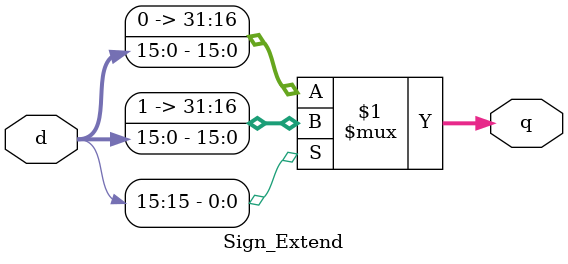
<source format=v>
module Sign_Extend

(input [15:0] d,
output [31:0] q);

assign q = d[15]? {{16{1'b1}},d} : {{16{1'b0}},d};

endmodule 
</source>
